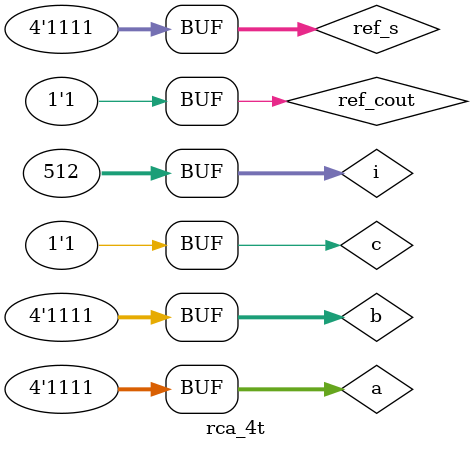
<source format=v>
`timescale 1ns / 1ps


module rca_4t(



    );
    reg [3:0] a,b;
    reg c;
    wire cout;
    wire [3:0] s;
    wire [3:0] ref_s;
    wire ref_cout, err;
 //   wire [2:0] w;
    
    rca_4 testin_rca_4(.a(a),.b(b),.c(c),.s(s),.cout(cout));
    
    assign {ref_cout, ref_s} = a + b + c;
    
    assign err = (ref_s != s) | (ref_cout != cout);
    
    integer i;
     initial begin
        for (i = 0; i < 512; i = i + 1) begin
            {a, b, c} <= i;      #10
            
            if (err == 1) begin
                $display(" error at pos: ", i);
            end
            if(err == 0) begin
                $display(" success"); 
            end
        end
      end
endmodule

</source>
